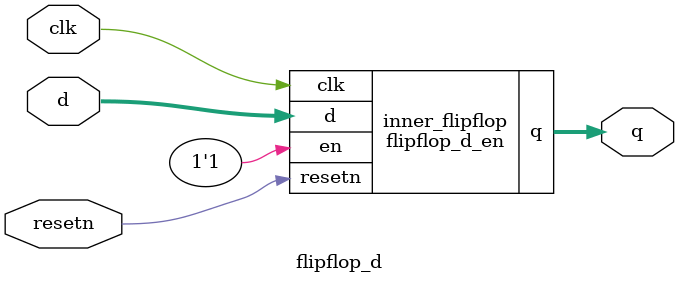
<source format=v>
module flipflop_d_en(
    input             clk,        // Clock signal
    input             en,         // Enable signal for updating the register
    input             resetn,     // Active-low reset
    input      [31:0] d,          // 32-bit data input (d)
    output reg [31:0] q           // 32-bit data output register (q)
);
    // Always block with asynchronous reset and synchronous enable.
    // I dislike using <= but it appears it does not work without in this module
    always @(posedge clk or negedge resetn) begin
        if (!resetn) begin
            // Reset: clear the register when resetn is low.
            q <= 32'b0;
        end else if (en) begin
            // Load d into q when enable is high.
            q <= d;
        end else begin
            // Retain the current value of q when enable is low.
            q <= q;
        end
    end
endmodule

module flipflop_d(
    input         clk,        // Clock signal
    input         resetn,     // Active-low reset
    input  [31:0] d,          // 32-bit data input (d)
    output [31:0] q           // 32-bit data output register (q)
);
    flipflop_d_en inner_flipflop(
        .clk(clk),
        .en(1'b1),
        .resetn(resetn),    
        .d(d),
        .q(q)
    );
endmodule


</source>
